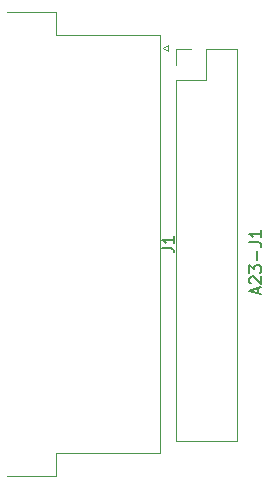
<source format=gbr>
%TF.GenerationSoftware,KiCad,Pcbnew,7.0.2-0*%
%TF.CreationDate,2023-09-18T20:01:19+02:00*%
%TF.ProjectId,FlukePodAdapter,466c756b-6550-46f6-9441-646170746572,rev?*%
%TF.SameCoordinates,Original*%
%TF.FileFunction,Legend,Top*%
%TF.FilePolarity,Positive*%
%FSLAX46Y46*%
G04 Gerber Fmt 4.6, Leading zero omitted, Abs format (unit mm)*
G04 Created by KiCad (PCBNEW 7.0.2-0) date 2023-09-18 20:01:19*
%MOMM*%
%LPD*%
G01*
G04 APERTURE LIST*
%ADD10C,0.150000*%
%ADD11C,0.120000*%
G04 APERTURE END LIST*
D10*
%TO.C,A23-J1*%
X80576904Y-100066666D02*
X80576904Y-99590476D01*
X80862619Y-100161904D02*
X79862619Y-99828571D01*
X79862619Y-99828571D02*
X80862619Y-99495238D01*
X79957857Y-99209523D02*
X79910238Y-99161904D01*
X79910238Y-99161904D02*
X79862619Y-99066666D01*
X79862619Y-99066666D02*
X79862619Y-98828571D01*
X79862619Y-98828571D02*
X79910238Y-98733333D01*
X79910238Y-98733333D02*
X79957857Y-98685714D01*
X79957857Y-98685714D02*
X80053095Y-98638095D01*
X80053095Y-98638095D02*
X80148333Y-98638095D01*
X80148333Y-98638095D02*
X80291190Y-98685714D01*
X80291190Y-98685714D02*
X80862619Y-99257142D01*
X80862619Y-99257142D02*
X80862619Y-98638095D01*
X79862619Y-98304761D02*
X79862619Y-97685714D01*
X79862619Y-97685714D02*
X80243571Y-98019047D01*
X80243571Y-98019047D02*
X80243571Y-97876190D01*
X80243571Y-97876190D02*
X80291190Y-97780952D01*
X80291190Y-97780952D02*
X80338809Y-97733333D01*
X80338809Y-97733333D02*
X80434047Y-97685714D01*
X80434047Y-97685714D02*
X80672142Y-97685714D01*
X80672142Y-97685714D02*
X80767380Y-97733333D01*
X80767380Y-97733333D02*
X80815000Y-97780952D01*
X80815000Y-97780952D02*
X80862619Y-97876190D01*
X80862619Y-97876190D02*
X80862619Y-98161904D01*
X80862619Y-98161904D02*
X80815000Y-98257142D01*
X80815000Y-98257142D02*
X80767380Y-98304761D01*
X80481666Y-97257142D02*
X80481666Y-96495238D01*
X79862619Y-95733333D02*
X80576904Y-95733333D01*
X80576904Y-95733333D02*
X80719761Y-95780952D01*
X80719761Y-95780952D02*
X80815000Y-95876190D01*
X80815000Y-95876190D02*
X80862619Y-96019047D01*
X80862619Y-96019047D02*
X80862619Y-96114285D01*
X80862619Y-94733333D02*
X80862619Y-95304761D01*
X80862619Y-95019047D02*
X79862619Y-95019047D01*
X79862619Y-95019047D02*
X80005476Y-95114285D01*
X80005476Y-95114285D02*
X80100714Y-95209523D01*
X80100714Y-95209523D02*
X80148333Y-95304761D01*
%TO.C,J1*%
X72492950Y-96228333D02*
X73207235Y-96228333D01*
X73207235Y-96228333D02*
X73350092Y-96275952D01*
X73350092Y-96275952D02*
X73445331Y-96371190D01*
X73445331Y-96371190D02*
X73492950Y-96514047D01*
X73492950Y-96514047D02*
X73492950Y-96609285D01*
X73492950Y-95228333D02*
X73492950Y-95799761D01*
X73492950Y-95514047D02*
X72492950Y-95514047D01*
X72492950Y-95514047D02*
X72635807Y-95609285D01*
X72635807Y-95609285D02*
X72731045Y-95704523D01*
X72731045Y-95704523D02*
X72778664Y-95799761D01*
D11*
%TO.C,A23-J1*%
X73630000Y-79390000D02*
X74960000Y-79390000D01*
X73630000Y-80720000D02*
X73630000Y-79390000D01*
X73630000Y-81990000D02*
X73630000Y-112530000D01*
X73630000Y-81990000D02*
X76230000Y-81990000D01*
X73630000Y-112530000D02*
X78830000Y-112530000D01*
X76230000Y-79390000D02*
X78830000Y-79390000D01*
X76230000Y-81990000D02*
X76230000Y-79390000D01*
X78830000Y-79390000D02*
X78830000Y-112530000D01*
%TO.C,J1*%
X63450331Y-76285000D02*
X63450331Y-78215000D01*
X59350331Y-76285000D02*
X63450331Y-76285000D01*
X72290331Y-78215000D02*
X72290331Y-113575000D01*
X63450331Y-78215000D02*
X72290331Y-78215000D01*
X72984669Y-79025000D02*
X72984669Y-79525000D01*
X72551656Y-79275000D02*
X72984669Y-79025000D01*
X72984669Y-79525000D02*
X72551656Y-79275000D01*
X72290331Y-113575000D02*
X63450331Y-113575000D01*
X63450331Y-113575000D02*
X63450331Y-115505000D01*
X63450331Y-115505000D02*
X59350331Y-115505000D01*
%TD*%
M02*

</source>
